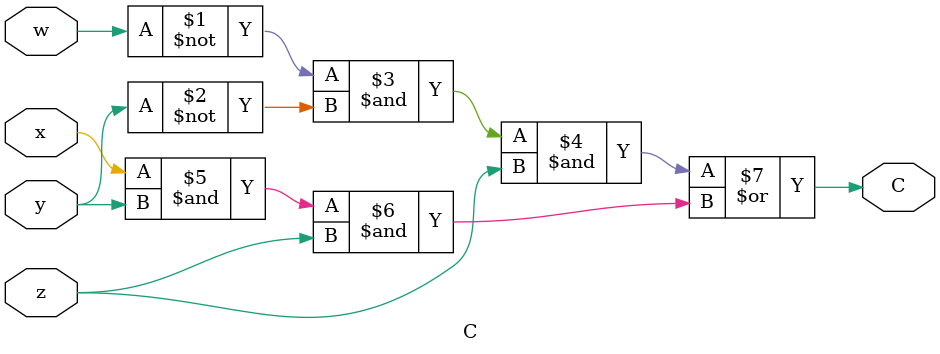
<source format=v>
module C(w,x,y,z,C);
	input w,x,y,z;
	output C;
	assign C=(~w&~y&z)|(x&y&z);
endmodule

</source>
